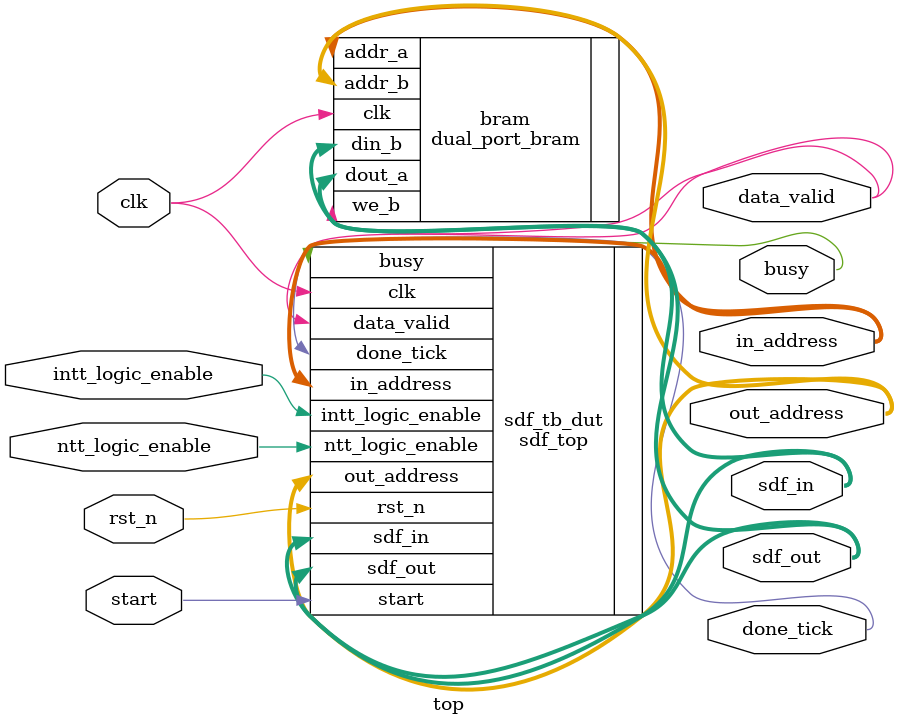
<source format=v>
module top #(parameter data_width = 32  , modulo=7681 , address_width=4  )(
    input ntt_logic_enable,intt_logic_enable, start,
    input clk ,rst_n,
    output[data_width-1:0]sdf_out,sdf_in,
    output done_tick,data_valid,busy,
    output [address_width-1:0]out_address , in_address
);


dual_port_bram bram(
.clk(clk),
.addr_a(in_address),
.dout_a(sdf_in),
.addr_b(out_address),
.din_b(sdf_out),
.we_b(data_valid)
);

sdf_top #(.data_width(data_width)  , .modulo(modulo) , .address_width(address_width) ) sdf_tb_dut
(
.sdf_in(sdf_in),
.clk(clk),
.rst_n(rst_n),
.sdf_out(sdf_out),
.ntt_logic_enable(ntt_logic_enable),
.intt_logic_enable(intt_logic_enable),
.out_address(out_address),
.in_address(in_address),
.done_tick(done_tick),
.data_valid(data_valid),
.start(start),
.busy(busy)
);

endmodule
</source>
